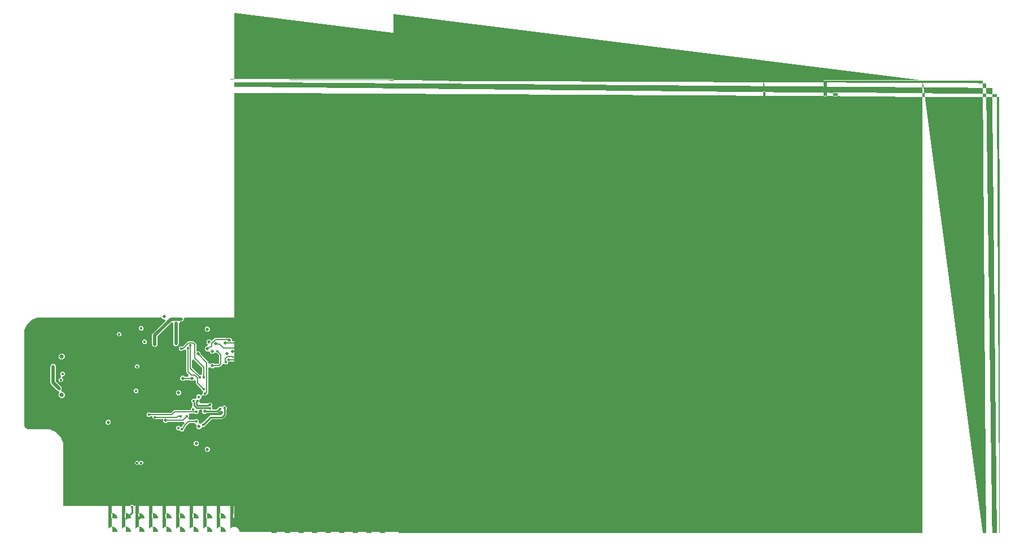
<source format=gbl>
G04*
G04 #@! TF.GenerationSoftware,Altium Limited,Altium Designer,22.11.1 (43)*
G04*
G04 Layer_Physical_Order=6*
G04 Layer_Color=16711680*
%FSLAX44Y44*%
%MOMM*%
G71*
G04*
G04 #@! TF.SameCoordinates,81CC0E8B-20A0-439E-BAEA-CE75FBAB7F8A*
G04*
G04*
G04 #@! TF.FilePolarity,Positive*
G04*
G01*
G75*
%ADD11C,0.5080*%
%ADD13C,0.2540*%
%ADD17C,0.2032*%
%ADD78C,2.0066*%
%ADD79C,2.2098*%
%ADD83C,0.5080*%
%ADD85C,0.2692*%
%ADD93C,0.6500*%
%ADD94C,0.6350*%
%ADD95C,0.4064*%
%ADD96C,1.2700*%
%AMCUSTOMSHAPE98*
4,1,120,0.7550,0.0000,0.7540,0.0395,0.7509,0.0789,0.7457,0.1181,0.7385,0.1570,0.7293,0.1954,0.7181,0.2333,0.7049,0.2706,0.6897,0.3071,0.6727,0.3428,0.6539,0.3775,0.6332,0.4112,0.6108,0.4438,0.5868,0.4751,0.5611,0.5052,0.5339,0.5339,0.5052,0.5611,0.4752,0.5867,0.4438,0.6108,0.4112,0.6332,0.3775,0.6539,0.3428,0.6727,0.3071,0.6897,0.2706,0.7049,0.2333,0.7181,0.1954,0.7293,0.1570,0.7385,0.1181,0.7457,0.0789,0.7509,0.0395,0.7540,-0.0000,0.7550,-0.0395,0.7540,-0.0789,0.7509,-0.1181,0.7457,-0.1570,0.7385,-0.1954,0.7293,-0.2333,0.7181,-0.2706,0.7049,-0.3071,0.6897,-0.3428,0.6727,-0.3775,0.6539,-0.4112,0.6332,-0.4438,0.6108,-0.4752,0.5867,-0.5052,0.5611,-0.5339,0.5339,-0.5611,0.5052,-0.5868,0.4751,-0.6108,0.4438,-0.6332,0.4112,-0.6539,0.3775,-0.6727,0.3428,-0.6897,0.3071,-0.7049,0.2706,-0.7181,0.2333,-0.7293,0.1954,-0.7385,0.1570,-0.7457,0.1181,-0.7509,0.0789,-0.7540,0.0395,-0.7550,0.0000,-0.7540,-0.0395,-0.7509,-0.0789,-0.7457,-0.1181,-0.7385,-0.1570,-0.7293,-0.1954,-0.7181,-0.2333,-0.7049,-0.2706,-0.6897,-0.3071,-0.6727,-0.3428,-0.6539,-0.3775,-0.6332,-0.4112,-0.6108,-0.4438,-0.5868,-0.4751,-0.5611,-0.5052,-0.5339,-0.5339,-0.5052,-0.5611,-0.4752,-0.5867,-0.4438,-0.6108,-0.4112,-0.6332,-0.3775,-0.6539,-0.3428,-0.6727,-0.3071,-0.6897,-0.2706,-0.7049,-0.2333,-0.7181,-0.1954,-0.7293,-0.1570,-0.7385,-0.1181,-0.7457,-0.0789,-0.7509,-0.0395,-0.7540,-0.0000,-0.7550,0.0395,-0.7540,0.0789,-0.7509,0.1181,-0.7457,0.1570,-0.7385,0.1954,-0.7293,0.2333,-0.7181,0.2706,-0.7049,0.3071,-0.6897,0.3428,-0.6727,0.3775,-0.6539,0.4112,-0.6332,0.4438,-0.6108,0.4752,-0.5867,0.5052,-0.5611,0.5339,-0.5339,0.5611,-0.5052,0.5868,-0.4751,0.6108,-0.4438,0.6332,-0.4112,0.6539,-0.3775,0.6727,-0.3428,0.6897,-0.3071,0.7049,-0.2706,0.7181,-0.2333,0.7293,-0.1954,0.7385,-0.1570,0.7457,-0.1181,0.7509,-0.0789,0.7540,-0.0395,0.7550,0.0000,0.0*%
%ADD98CUSTOMSHAPE98*%

%AMCUSTOMSHAPE99*
4,1,120,0.7550,0.0000,0.7540,0.0395,0.7509,0.0789,0.7457,0.1181,0.7385,0.1570,0.7293,0.1954,0.7180,0.2333,0.7049,0.2706,0.6897,0.3071,0.6727,0.3428,0.6539,0.3775,0.6332,0.4112,0.6108,0.4438,0.5867,0.4751,0.5611,0.5052,0.5339,0.5339,0.5052,0.5611,0.4751,0.5867,0.4438,0.6108,0.4112,0.6332,0.3775,0.6539,0.3428,0.6727,0.3071,0.6897,0.2706,0.7049,0.2333,0.7180,0.1954,0.7293,0.1570,0.7385,0.1181,0.7457,0.0789,0.7509,0.0395,0.7540,0.0000,0.7550,-0.0395,0.7540,-0.0789,0.7509,-0.1181,0.7457,-0.1570,0.7385,-0.1954,0.7293,-0.2333,0.7180,-0.2706,0.7049,-0.3071,0.6897,-0.3428,0.6727,-0.3775,0.6539,-0.4112,0.6332,-0.4438,0.6108,-0.4751,0.5867,-0.5052,0.5611,-0.5339,0.5339,-0.5611,0.5052,-0.5867,0.4751,-0.6108,0.4438,-0.6332,0.4112,-0.6539,0.3775,-0.6727,0.3428,-0.6897,0.3071,-0.7049,0.2706,-0.7180,0.2333,-0.7293,0.1954,-0.7385,0.1570,-0.7457,0.1181,-0.7509,0.0789,-0.7540,0.0395,-0.7550,0.0000,-0.7540,-0.0395,-0.7509,-0.0789,-0.7457,-0.1181,-0.7385,-0.1570,-0.7293,-0.1954,-0.7180,-0.2333,-0.7049,-0.2706,-0.6897,-0.3071,-0.6727,-0.3428,-0.6539,-0.3775,-0.6332,-0.4112,-0.6108,-0.4438,-0.5867,-0.4751,-0.5611,-0.5052,-0.5339,-0.5339,-0.5052,-0.5611,-0.4751,-0.5867,-0.4438,-0.6108,-0.4112,-0.6332,-0.3775,-0.6539,-0.3428,-0.6727,-0.3071,-0.6897,-0.2706,-0.7049,-0.2333,-0.7180,-0.1954,-0.7293,-0.1570,-0.7385,-0.1181,-0.7457,-0.0789,-0.7509,-0.0395,-0.7540,0.0000,-0.7550,0.0395,-0.7540,0.0789,-0.7509,0.1181,-0.7457,0.1570,-0.7385,0.1954,-0.7293,0.2333,-0.7180,0.2706,-0.7049,0.3071,-0.6897,0.3428,-0.6727,0.3775,-0.6539,0.4112,-0.6332,0.4438,-0.6108,0.4751,-0.5867,0.5052,-0.5611,0.5339,-0.5339,0.5611,-0.5052,0.5867,-0.4751,0.6108,-0.4438,0.6332,-0.4112,0.6539,-0.3775,0.6727,-0.3428,0.6897,-0.3071,0.7049,-0.2706,0.7180,-0.2333,0.7293,-0.1954,0.7385,-0.1570,0.7457,-0.1181,0.7509,-0.0789,0.7540,-0.0395,0.7550,0.0000,0.0*%
%ADD99CUSTOMSHAPE99*%

G36*
X988060Y1036320D02*
X1238250D01*
Y793750D01*
X793242D01*
Y793848D01*
X791308Y795782D01*
X788572D01*
X787895Y795105D01*
X786130Y794129D01*
X784365Y795105D01*
X783688Y795782D01*
X780952D01*
X779018Y793848D01*
Y793750D01*
X679450D01*
Y883920D01*
X679450Y883920D01*
X679450Y883920D01*
X678962Y888875D01*
X675169Y898031D01*
X668161Y905039D01*
X659005Y908832D01*
X654050Y909320D01*
X626117Y909320D01*
X623783Y910287D01*
X621997Y912073D01*
X621030Y914407D01*
Y915670D01*
Y1052830D01*
X621030Y1052830D01*
X621030Y1052830D01*
X621030Y1057630D01*
X624703Y1066498D01*
X631491Y1073286D01*
X640360Y1076960D01*
X645160Y1076960D01*
X826770Y1076960D01*
Y1076652D01*
X829002Y1074420D01*
X830957D01*
X832114Y1071626D01*
X813694Y1053206D01*
X812486Y1050290D01*
Y1036320D01*
X812800Y1035562D01*
Y1034742D01*
X813380Y1034162D01*
X813694Y1033404D01*
X814452Y1033090D01*
X815032Y1032510D01*
X815852D01*
X816610Y1032196D01*
X817368Y1032510D01*
X818188D01*
X818768Y1033090D01*
X819526Y1033404D01*
X819840Y1034162D01*
X820420Y1034742D01*
Y1035562D01*
X820734Y1036320D01*
Y1048582D01*
X841709Y1069557D01*
X844024Y1068334D01*
X844236Y1068070D01*
Y1037590D01*
X844550Y1036832D01*
Y1036012D01*
X845130Y1035432D01*
X845444Y1034674D01*
X846202Y1034360D01*
X846782Y1033780D01*
X847602D01*
X848360Y1033466D01*
X849118Y1033780D01*
X849938D01*
X850518Y1034360D01*
X851276Y1034674D01*
X851590Y1035432D01*
X852170Y1036012D01*
Y1036832D01*
X852484Y1037590D01*
Y1068070D01*
X854258Y1070184D01*
X854696Y1070296D01*
X855980D01*
X856738Y1070610D01*
X857558D01*
X858138Y1071190D01*
X858896Y1071504D01*
X859210Y1072262D01*
X859790Y1072842D01*
Y1073662D01*
X860104Y1074420D01*
X861487Y1076679D01*
X862186Y1076960D01*
X988060Y1076960D01*
Y1036320D01*
D02*
G37*
%LPC*%
G36*
X797658Y1063752D02*
X794922D01*
X792988Y1061818D01*
Y1059082D01*
X794922Y1057148D01*
X797658D01*
X799592Y1059082D01*
Y1061818D01*
X797658Y1063752D01*
D02*
G37*
G36*
X896928Y1062990D02*
X893772D01*
X891540Y1060758D01*
Y1057602D01*
X893772Y1055370D01*
X896928D01*
X899160Y1057602D01*
Y1060758D01*
X896928Y1062990D01*
D02*
G37*
G36*
X764638Y1054862D02*
X761902D01*
X759968Y1052928D01*
Y1050192D01*
X761902Y1048258D01*
X764638D01*
X766572Y1050192D01*
Y1052928D01*
X764638Y1054862D01*
D02*
G37*
G36*
X941168Y1053592D02*
X938432D01*
X936498Y1051658D01*
Y1048922D01*
X938432Y1046988D01*
X941168D01*
X943102Y1048922D01*
Y1051658D01*
X941168Y1053592D01*
D02*
G37*
G36*
X929948Y1046480D02*
X926792D01*
X926095Y1045783D01*
X925656Y1045965D01*
X907601D01*
X905851Y1045241D01*
X902138Y1041527D01*
X901700Y1041708D01*
X899468Y1043940D01*
X896312D01*
X894080Y1041708D01*
Y1038552D01*
X895843Y1036788D01*
X896012Y1036444D01*
X895102Y1033780D01*
X893772D01*
X891540Y1031548D01*
Y1028392D01*
X893772Y1026160D01*
X896366D01*
X896928Y1026160D01*
X899160Y1024582D01*
X899160Y1024582D01*
X899231Y1024511D01*
X901392Y1022350D01*
X904548D01*
X905225Y1023027D01*
X906927Y1024483D01*
X908966Y1023114D01*
X909222Y1022858D01*
X910393D01*
X913196Y1020055D01*
Y1008135D01*
X912105Y1007044D01*
X905884D01*
X904548Y1008380D01*
X901392D01*
X899983Y1006972D01*
X897189Y1008129D01*
Y1009015D01*
X896465Y1010765D01*
X885190Y1022039D01*
Y1023928D01*
X882958Y1026160D01*
X879802D01*
X878774Y1026586D01*
Y1036320D01*
X878050Y1038070D01*
X875510Y1040610D01*
X873760Y1041334D01*
X867410D01*
X865660Y1040610D01*
X857835Y1032785D01*
X857348Y1033272D01*
X854612D01*
X852678Y1031338D01*
Y1028602D01*
X854612Y1026668D01*
X857348D01*
X858175Y1027496D01*
X858520D01*
X860270Y1028220D01*
X860872Y1028822D01*
X863666Y1027665D01*
Y995680D01*
X864390Y993930D01*
X867532Y990788D01*
X866375Y987994D01*
X861434D01*
X860098Y989330D01*
X856942D01*
X854710Y987098D01*
Y983942D01*
X856942Y981710D01*
X860098D01*
X861434Y983046D01*
X869576D01*
X870912Y981710D01*
X874068D01*
X875350Y982991D01*
X878144Y981834D01*
Y978662D01*
X878868Y976912D01*
X886968Y968813D01*
Y967642D01*
X888902Y965708D01*
X889200Y964990D01*
X888238Y964028D01*
X888238Y961331D01*
X886235Y959384D01*
X884228Y961390D01*
X881072D01*
X878840Y959158D01*
Y956041D01*
X876837Y954093D01*
X876398Y954532D01*
X873662D01*
X871728Y952598D01*
Y949862D01*
X873026Y948565D01*
Y945026D01*
X873026Y945026D01*
X873191Y944626D01*
X872392Y941832D01*
X870458Y939898D01*
Y937547D01*
X845778D01*
X844029Y936823D01*
X840591Y933384D01*
X809915D01*
X809088Y934212D01*
X806352D01*
X804418Y932278D01*
Y929542D01*
X806352Y927608D01*
X809088D01*
X809915Y928436D01*
X813308D01*
Y925732D01*
X815242Y923798D01*
X817978D01*
X818805Y924626D01*
X828888D01*
X829118Y924070D01*
Y920914D01*
X831349Y918682D01*
X834506D01*
X835842Y920018D01*
X858654D01*
X859632Y920423D01*
X861215Y918054D01*
X858884Y915723D01*
X858159Y913974D01*
Y913562D01*
X857765Y913167D01*
X855472Y911958D01*
X853538Y913892D01*
X850802D01*
X848868Y911958D01*
Y909222D01*
X850802Y907288D01*
X853538D01*
X853813Y907563D01*
X854017Y907479D01*
X855951Y905545D01*
X858686D01*
X860621Y907479D01*
Y909025D01*
X862383Y910787D01*
X863108Y912537D01*
Y912949D01*
X868435Y918276D01*
X876645D01*
X877472Y917448D01*
X877628D01*
X878840Y914708D01*
X878840Y914654D01*
Y911552D01*
X881072Y909320D01*
X884228D01*
X886460Y911552D01*
Y911882D01*
X887632Y912368D01*
X890368D01*
X892302Y914302D01*
Y915084D01*
X901569Y924351D01*
X916940D01*
X916940Y924351D01*
X918884Y925156D01*
X923175Y929447D01*
X923175Y929447D01*
X923980Y931391D01*
Y939109D01*
X924533Y939661D01*
Y942397D01*
X922598Y944331D01*
X919863D01*
X918511Y942979D01*
X915768Y943102D01*
X915427Y943102D01*
X913032D01*
X911098Y941168D01*
Y940730D01*
X909108Y938739D01*
X902619D01*
X902462Y939118D01*
Y941853D01*
X901163Y943153D01*
X902462Y944452D01*
Y947188D01*
X900528Y949122D01*
X897792D01*
X896759Y948089D01*
X895849Y947712D01*
X885467D01*
X883666Y949862D01*
Y952598D01*
X884152Y953770D01*
X884228D01*
X886460Y956002D01*
X886460Y959075D01*
X888494Y960950D01*
X890172Y959358D01*
X890199Y959358D01*
X890199Y959358D01*
X890214Y959358D01*
X892908D01*
X894390Y960840D01*
X894560Y960910D01*
X896465Y962815D01*
X897189Y964565D01*
Y1001011D01*
X899983Y1002169D01*
X901392Y1000760D01*
X904548D01*
X905884Y1002096D01*
X913130D01*
X914880Y1002820D01*
X917420Y1005360D01*
X917912Y1006549D01*
X919889Y1007249D01*
X920938Y1007332D01*
X921922Y1006348D01*
X924658D01*
X926592Y1008282D01*
Y1010158D01*
X928468D01*
X929295Y1010986D01*
X936498D01*
Y1008282D01*
X938432Y1006348D01*
X941168D01*
X943102Y1008282D01*
Y1010986D01*
X950896D01*
X951281Y1010626D01*
X951250Y1009823D01*
X950877Y1007536D01*
X949238Y1005898D01*
Y1003162D01*
X951172Y1001228D01*
X951236Y1001074D01*
X951230Y1001068D01*
Y997912D01*
X953462Y995680D01*
X956618D01*
X958454Y997516D01*
X958850Y997912D01*
X961644Y998277D01*
X964720Y995200D01*
X966470Y994476D01*
X976975D01*
X977802Y993648D01*
X980538D01*
X982472Y995582D01*
Y998318D01*
X980538Y1000252D01*
X977802D01*
X976975Y999424D01*
X967495D01*
X964375Y1002545D01*
Y1005626D01*
X964892Y1005840D01*
X968048D01*
X969645Y1007437D01*
X971242Y1005840D01*
X974398D01*
X976181Y1007623D01*
X978599Y1005205D01*
X982281D01*
X984885Y1007809D01*
Y1011491D01*
X982281Y1014095D01*
X978599D01*
X976181Y1011677D01*
X974398Y1013460D01*
X971242D01*
X969645Y1011863D01*
X968048Y1013460D01*
X964892D01*
X964375Y1013674D01*
Y1019300D01*
X963864Y1020532D01*
Y1020706D01*
X965200Y1022042D01*
Y1025198D01*
X962968Y1027430D01*
X959812D01*
X957580Y1025198D01*
Y1022350D01*
X954732D01*
X952500Y1023928D01*
X950268Y1026160D01*
X948379D01*
X941550Y1032990D01*
X940887Y1033264D01*
X941320Y1036109D01*
X942824Y1036246D01*
X943512Y1035558D01*
X946248D01*
X948182Y1037492D01*
Y1040228D01*
X946248Y1042162D01*
X943512D01*
X942685Y1041334D01*
X932180D01*
Y1044248D01*
X929948Y1046480D01*
D02*
G37*
G36*
X802738Y1043432D02*
X800002D01*
X798068Y1041498D01*
Y1038762D01*
X800002Y1036828D01*
X802738D01*
X804672Y1038762D01*
Y1041498D01*
X802738Y1043432D01*
D02*
G37*
G36*
X678782Y1022750D02*
X675038D01*
X672390Y1020102D01*
Y1016358D01*
X675038Y1013710D01*
X678782D01*
X681430Y1016358D01*
Y1020102D01*
X678782Y1022750D01*
D02*
G37*
G36*
X1017841Y1016635D02*
X1014159D01*
X1011555Y1014031D01*
Y1010349D01*
X1014159Y1007745D01*
X1017841D01*
X1020445Y1010349D01*
Y1014031D01*
X1017841Y1016635D01*
D02*
G37*
G36*
X791308Y1006602D02*
X788572D01*
X786638Y1004668D01*
Y1001932D01*
X788572Y999998D01*
X791308D01*
X793242Y1001932D01*
Y1004668D01*
X791308Y1006602D01*
D02*
G37*
G36*
X1047051Y1005205D02*
X1043369D01*
X1040765Y1002601D01*
Y998919D01*
X1043369Y996315D01*
X1047051D01*
X1049655Y998919D01*
Y1002601D01*
X1047051Y1005205D01*
D02*
G37*
G36*
X1158811D02*
X1155129D01*
X1152525Y1002601D01*
Y999744D01*
X1152525Y998919D01*
X1150546Y996950D01*
X1150312D01*
X1148080Y994718D01*
Y991562D01*
X1150312Y989330D01*
X1153468D01*
X1155700Y991562D01*
X1155700Y994718D01*
X1157833Y996315D01*
X1158811D01*
X1161415Y998919D01*
Y1002601D01*
X1158811Y1005205D01*
D02*
G37*
G36*
X1142301Y991235D02*
X1138619D01*
X1136015Y988631D01*
Y984949D01*
X1138619Y982345D01*
X1142301D01*
X1144905Y984949D01*
Y988631D01*
X1142301Y991235D01*
D02*
G37*
G36*
X985618Y988822D02*
X982882D01*
X980948Y986888D01*
Y984152D01*
X982882Y982218D01*
X985618D01*
X987552Y984152D01*
Y986888D01*
X985618Y988822D01*
D02*
G37*
G36*
X676812Y995172D02*
X676771Y995131D01*
X674919Y993279D01*
X674878Y993238D01*
Y990502D01*
X674919Y990461D01*
X676304Y989076D01*
X675586Y986282D01*
X674272Y986282D01*
X672338Y984348D01*
Y981612D01*
X674272Y979678D01*
X677008D01*
X678901Y981571D01*
X678942Y981612D01*
Y984348D01*
X678901Y984389D01*
X677516Y985774D01*
X678234Y988568D01*
X679548Y988568D01*
X681482Y990502D01*
Y993238D01*
X679589Y995131D01*
X679548Y995172D01*
X676812D01*
D02*
G37*
G36*
X1047051Y983615D02*
X1043369D01*
X1040765Y981011D01*
Y977329D01*
X1043369Y974725D01*
X1047051D01*
X1049655Y977329D01*
Y981011D01*
X1047051Y983615D01*
D02*
G37*
G36*
X1232471Y978535D02*
X1228789D01*
X1226185Y975931D01*
Y972249D01*
X1228789Y969645D01*
X1232471D01*
X1235075Y972249D01*
Y975931D01*
X1232471Y978535D01*
D02*
G37*
G36*
X958948Y981202D02*
X956212D01*
X955385Y980374D01*
X943610D01*
X941860Y979650D01*
X939320Y977110D01*
X938596Y975360D01*
Y955040D01*
X939320Y953290D01*
X953008Y939603D01*
Y939516D01*
X952020Y938529D01*
X951296Y936779D01*
Y908050D01*
X952020Y906300D01*
X954547Y903774D01*
X952669Y901700D01*
X949652D01*
X947420Y899468D01*
Y896312D01*
X949652Y894080D01*
X952808D01*
X955040Y896312D01*
Y898239D01*
X957834Y898598D01*
X959812Y896620D01*
X962968D01*
X965200Y898852D01*
Y902008D01*
X962968Y904240D01*
X961079D01*
X956244Y909075D01*
Y927608D01*
X958948D01*
X960882Y929542D01*
Y930713D01*
X963140Y932970D01*
X963864Y934720D01*
Y942340D01*
X963140Y944090D01*
X963140Y944090D01*
X946084Y961145D01*
Y970346D01*
X955385D01*
X956212Y969518D01*
X958948D01*
X960882Y971452D01*
Y974188D01*
X959710Y975360D01*
X960882Y976532D01*
Y979268D01*
X958948Y981202D01*
D02*
G37*
G36*
X1139498Y976630D02*
X1136342D01*
X1134110Y974398D01*
Y971242D01*
X1136342Y969010D01*
X1139498D01*
X1141730Y971242D01*
Y974398D01*
X1139498Y976630D01*
D02*
G37*
G36*
X1207071Y977265D02*
X1203389D01*
X1200785Y974661D01*
Y970979D01*
X1203389Y968375D01*
X1207071D01*
X1209675Y970979D01*
Y974661D01*
X1207071Y977265D01*
D02*
G37*
G36*
X1017578Y971550D02*
X1014422D01*
X1012190Y969318D01*
Y966162D01*
X1014422Y963930D01*
X1017578D01*
X1019810Y966162D01*
Y969318D01*
X1017578Y971550D01*
D02*
G37*
G36*
X790038Y969772D02*
X787302D01*
X785368Y967838D01*
Y965102D01*
X787302Y963168D01*
X790038D01*
X791972Y965102D01*
Y967838D01*
X790038Y969772D01*
D02*
G37*
G36*
X974398Y970280D02*
X971242D01*
X969010Y968048D01*
Y964892D01*
X971242Y962660D01*
X974398D01*
X976630Y964892D01*
Y968048D01*
X974398Y970280D01*
D02*
G37*
G36*
X853748Y967740D02*
X850592D01*
X848360Y965508D01*
Y962352D01*
X850592Y960120D01*
X853748D01*
X855980Y962352D01*
Y965508D01*
X853748Y967740D01*
D02*
G37*
G36*
X664210Y1007424D02*
X663452Y1007110D01*
X662632D01*
X662052Y1006530D01*
X661294Y1006216D01*
X660980Y1005458D01*
X660400Y1004878D01*
Y1004058D01*
X660086Y1003300D01*
Y979170D01*
X661294Y976254D01*
X670184Y967364D01*
X670942Y967050D01*
X671522Y966470D01*
X672342D01*
X672529Y966393D01*
X673662Y963575D01*
X672390Y962302D01*
Y958558D01*
X675038Y955910D01*
X678782D01*
X681430Y958558D01*
Y962302D01*
X678782Y964950D01*
X677253D01*
X676173Y967744D01*
X676330Y968122D01*
X676910Y968702D01*
Y969522D01*
X677224Y970280D01*
X676910Y971038D01*
Y971858D01*
X676330Y972438D01*
X676016Y973196D01*
X668334Y980878D01*
Y1003300D01*
X668020Y1004058D01*
Y1004878D01*
X667440Y1005458D01*
X667126Y1006216D01*
X666368Y1006530D01*
X665788Y1007110D01*
X664968D01*
X664210Y1007424D01*
D02*
G37*
G36*
X1015038Y953770D02*
X1011882D01*
X1009650Y951538D01*
Y948382D01*
X1011882Y946150D01*
X1015038D01*
X1017270Y948382D01*
Y951538D01*
X1015038Y953770D01*
D02*
G37*
G36*
X993448Y952500D02*
X990292D01*
X988060Y950268D01*
Y947112D01*
X990292Y944880D01*
X993448D01*
X995680Y947112D01*
Y950268D01*
X993448Y952500D01*
D02*
G37*
G36*
X1001068Y933450D02*
X997912D01*
X995680Y931218D01*
Y928062D01*
X997841Y925901D01*
X997912Y925830D01*
X998928Y923036D01*
X998220Y922328D01*
Y919172D01*
X1000452Y916940D01*
X1003608D01*
X1005840Y919172D01*
Y922328D01*
X1003679Y924489D01*
X1003608Y924560D01*
X1002592Y927354D01*
X1003300Y928062D01*
Y931218D01*
X1001068Y933450D01*
D02*
G37*
G36*
X748338Y923290D02*
X745182D01*
X742950Y921058D01*
Y917902D01*
X745182Y915670D01*
X748338D01*
X750570Y917902D01*
Y921058D01*
X748338Y923290D01*
D02*
G37*
G36*
X1022658Y919480D02*
X1019502D01*
X1017270Y917248D01*
Y914092D01*
X1019502Y911860D01*
X1022658D01*
X1024890Y914092D01*
Y917248D01*
X1022658Y919480D01*
D02*
G37*
G36*
X880418Y891540D02*
X877262D01*
X875030Y889308D01*
Y886152D01*
X877262Y883920D01*
X880418D01*
X882650Y886152D01*
Y889308D01*
X880418Y891540D01*
D02*
G37*
G36*
X1188428Y905383D02*
X1183932D01*
X1179777Y903662D01*
X1176598Y900483D01*
X1174877Y896328D01*
Y891832D01*
X1176598Y887677D01*
X1179777Y884498D01*
X1183932Y882777D01*
X1188428D01*
X1192583Y884498D01*
X1195762Y887677D01*
X1197483Y891832D01*
Y896328D01*
X1195762Y900483D01*
X1192583Y903662D01*
X1188428Y905383D01*
D02*
G37*
G36*
X975668Y887730D02*
X972512D01*
X970280Y885498D01*
Y882342D01*
X972512Y880110D01*
X975668D01*
X977900Y882342D01*
Y885498D01*
X975668Y887730D01*
D02*
G37*
G36*
X896928Y882650D02*
X893772D01*
X891540Y880418D01*
Y877262D01*
X893772Y875030D01*
X896928D01*
X899160Y877262D01*
Y880418D01*
X896928Y882650D01*
D02*
G37*
G36*
X797150Y861822D02*
X794414D01*
X792861Y860269D01*
X791308Y861822D01*
X788572D01*
X786638Y859888D01*
Y857152D01*
X788572Y855218D01*
X791308D01*
X792861Y856771D01*
X794414Y855218D01*
X797150D01*
X799084Y857152D01*
Y859888D01*
X797150Y861822D01*
D02*
G37*
%LPD*%
G36*
X887796Y1001005D02*
Y991535D01*
X885288Y990092D01*
X884117D01*
X872424Y1001785D01*
Y1012638D01*
X875218Y1013582D01*
X887796Y1001005D01*
D02*
G37*
G36*
X887730Y937568D02*
Y934412D01*
X889962Y932180D01*
X893118D01*
X894179Y933241D01*
X910246D01*
X910246Y933241D01*
X912190Y934046D01*
X914642Y936498D01*
X915687D01*
X915768Y936498D01*
X918482Y935260D01*
Y932530D01*
X915801Y929849D01*
X900430D01*
X900430Y929849D01*
X898486Y929044D01*
X898486Y929044D01*
X888414Y918972D01*
X887632D01*
X886173Y917513D01*
X883180Y917703D01*
X882142Y919382D01*
X882142Y919734D01*
Y922118D01*
X880208Y924052D01*
X877472D01*
X876645Y923224D01*
X868008D01*
X866897Y924939D01*
X866637Y925806D01*
X867791Y926959D01*
Y929694D01*
X867680Y929805D01*
X868838Y932598D01*
X876605D01*
X877433Y931771D01*
X880169D01*
X882103Y933705D01*
Y936441D01*
X883901Y938594D01*
X887305D01*
X887730Y937568D01*
D02*
G37*
D11*
X664210Y979170D02*
X673100Y970280D01*
X664210Y979170D02*
Y1003300D01*
X848360Y1037590D02*
Y1068070D01*
X816610Y1036320D02*
Y1050290D01*
X840740Y1074420D01*
X855980D01*
D13*
X891540Y935990D02*
X910246D01*
X916940Y927100D02*
X921231Y931391D01*
Y941029D01*
X992009Y773545D02*
X995795D01*
X1003300Y781050D01*
X1014845Y773545D02*
X1022350Y781050D01*
X1012329Y773545D02*
X1014845D01*
X1032649D02*
X1035165D01*
X1042670Y781050D01*
X1055485Y773545D02*
X1062990Y781050D01*
X1052969Y773545D02*
X1055485D01*
X1075805D02*
X1083310Y781050D01*
X1073219Y773545D02*
X1075805D01*
X1096125D02*
X1103630Y781050D01*
X1093609Y773545D02*
X1096125D01*
X1115175D02*
X1123950Y782320D01*
X1113929Y773545D02*
X1115175D01*
X1136765D02*
X1144270Y781050D01*
X1134249Y773545D02*
X1136765D01*
X1158835Y777811D02*
X1160081D01*
X1154569Y773545D02*
X1158835Y777811D01*
X1160081D02*
X1164590Y782320D01*
X1174819Y773545D02*
X1174933Y773430D01*
X1198880D01*
X910246Y935990D02*
X914056Y939800D01*
X914400D01*
X900430Y927100D02*
X916940D01*
X889000Y915670D02*
X900430Y927100D01*
D17*
X953770Y908050D02*
X961390Y900430D01*
X948690Y909097D02*
Y939800D01*
X832928Y922492D02*
X858654D01*
X864489Y928326D01*
X860634Y912537D02*
Y913974D01*
X857319Y909222D02*
X860634Y912537D01*
X857319Y908847D02*
Y909222D01*
X860634Y913974D02*
X867410Y920750D01*
X849219Y927100D02*
X850235Y928116D01*
X854952D01*
X855188Y928352D01*
X816610Y927100D02*
X849219D01*
X841616Y930910D02*
X845778Y935073D01*
X878801D01*
X880618Y978662D02*
Y986362D01*
Y978662D02*
X890270Y969010D01*
X876380Y990600D02*
X880618Y986362D01*
X892810Y962660D02*
X894715Y964565D01*
Y1009015D01*
X891540Y962660D02*
X892810D01*
X881380Y1022350D02*
X894715Y1009015D01*
X896175Y1029970D02*
X898794Y1032590D01*
X900510D02*
X901700Y1033780D01*
X895350Y1029970D02*
X896175D01*
X898794Y1032590D02*
X900510D01*
X923290Y1009650D02*
Y1010131D01*
X922020Y1011401D02*
X923290Y1010131D01*
X922020Y1011401D02*
Y1014730D01*
X925830Y1018540D01*
X932180D01*
X933450Y1017270D02*
X937260D01*
X932180Y1018540D02*
X933450Y1017270D01*
X858520Y985520D02*
X872490D01*
X937260Y1017270D02*
X941070Y1021080D01*
X908050Y1037590D02*
X908558Y1037082D01*
X913638D01*
X919480Y1031240D01*
X939800D01*
X948690Y1022350D01*
X901700Y1037590D02*
X907601Y1043491D01*
X925893Y1043253D02*
X927787D01*
X925656Y1043491D02*
X925893Y1043253D01*
X907601Y1043491D02*
X925656D01*
X922020Y1038860D02*
X944880D01*
X939319Y1045210D02*
X939800D01*
X924560Y1047750D02*
X936779D01*
X927787Y1043253D02*
X928370Y1042670D01*
X936779Y1047750D02*
X939319Y1045210D01*
X951230Y1013460D02*
X956310Y1018540D01*
X961390Y1019810D02*
Y1023620D01*
X961900Y1001520D02*
Y1019300D01*
X961390Y1019810D02*
X961900Y1019300D01*
X961050Y1023280D02*
X961390Y1023620D01*
X961900Y1001520D02*
X966470Y996950D01*
X953770Y908050D02*
Y936779D01*
X956310Y939319D01*
X927100Y1013460D02*
X951230D01*
X937260Y990600D02*
X985520D01*
X932180Y985520D02*
X937260Y990600D01*
X901700Y1033780D02*
Y1037590D01*
X867410Y920750D02*
X878840D01*
X944880Y972820D02*
X957580D01*
X943610Y971550D02*
X944880Y972820D01*
X943610Y960120D02*
Y971550D01*
Y960120D02*
X961390Y942340D01*
Y934720D02*
Y942340D01*
X957580Y930910D02*
X961390Y934720D01*
X956310Y939319D02*
Y939800D01*
X943610Y977900D02*
X957580D01*
X941070Y975360D02*
X943610Y977900D01*
X941070Y955040D02*
Y975360D01*
Y955040D02*
X956310Y939800D01*
X966470Y996950D02*
X979170D01*
X910590Y1026160D02*
X915670Y1021080D01*
Y1007110D02*
Y1021080D01*
X913130Y1004570D02*
X915670Y1007110D01*
X872490Y913130D02*
X894080Y891540D01*
X895350D01*
X807720Y930910D02*
X841616D01*
X902970Y1004570D02*
X913130D01*
X855980Y1029970D02*
X858520D01*
X867410Y1038860D01*
X873760D01*
X876300Y1036320D01*
Y1016000D02*
Y1036320D01*
X890270Y986790D02*
Y1002030D01*
X876300Y1016000D02*
X890270Y1002030D01*
X869950Y1000760D02*
Y1035050D01*
Y1000760D02*
X883920Y986790D01*
X866140Y995680D02*
Y1031240D01*
X871220Y990600D02*
X876380D01*
X866140Y995680D02*
X871220Y990600D01*
D78*
X1186180Y894080D02*
D03*
D79*
X1211580Y868680D02*
D03*
Y919480D02*
D03*
X1160780D02*
D03*
Y868680D02*
D03*
D83*
X961390Y900430D02*
D03*
X878840Y887730D02*
D03*
X882650Y913130D02*
D03*
X995680Y906780D02*
D03*
X974090Y883920D02*
D03*
X1002030Y920750D02*
D03*
X1151890Y993140D02*
D03*
X891540Y935990D02*
D03*
X832928Y922492D02*
D03*
X895350Y1029970D02*
D03*
X999490Y929640D02*
D03*
X858520Y985520D02*
D03*
X872490D02*
D03*
X924560Y1022350D02*
D03*
X941070Y1021080D02*
D03*
X933450Y1026160D02*
D03*
X908050Y1037590D02*
D03*
X922020Y1038860D02*
D03*
X928370Y1042670D02*
D03*
X924560Y1047750D02*
D03*
X956310Y1018540D02*
D03*
X961390Y1023620D02*
D03*
X957580Y1012190D02*
D03*
X1137920Y972820D02*
D03*
X1016000Y967740D02*
D03*
X948690Y939800D02*
D03*
X957580Y894080D02*
D03*
X1013460Y949960D02*
D03*
X1021080Y915670D02*
D03*
X895350Y878840D02*
D03*
X991870Y948690D02*
D03*
X966470Y1009650D02*
D03*
X948690Y1022350D02*
D03*
X852170Y963930D02*
D03*
X838200Y935990D02*
D03*
X895350Y1059180D02*
D03*
X951230Y897890D02*
D03*
X972820Y966470D02*
D03*
X746760Y919480D02*
D03*
X897890Y1040130D02*
D03*
X830580Y1078230D02*
D03*
X902970Y1026160D02*
D03*
X972820Y1009650D02*
D03*
X955040Y999490D02*
D03*
X664210Y1003300D02*
D03*
X932180Y985520D02*
D03*
X806450Y887730D02*
D03*
X895350Y891540D02*
D03*
X872490Y913130D02*
D03*
X848360Y1037590D02*
D03*
Y1068070D02*
D03*
X816610Y1036320D02*
D03*
X855980Y1074420D02*
D03*
X902970Y1004570D02*
D03*
X881380Y1022350D02*
D03*
X673100Y970280D02*
D03*
D85*
X898703Y945363D02*
X899160Y945820D01*
X897015Y945363D02*
X898703D01*
X789940Y778764D02*
X793889Y774815D01*
X789940Y778764D02*
Y792480D01*
X773569Y774815D02*
X782320Y783566D01*
Y792480D01*
X896532Y944880D02*
X897015Y945363D01*
X880889Y944880D02*
X896532D01*
X879312Y946457D02*
Y950087D01*
Y946457D02*
X880889Y944880D01*
X875857Y945026D02*
Y948714D01*
X897015Y940943D02*
X898703D01*
X899160Y940486D01*
X875857Y945026D02*
X879458Y941426D01*
X896532D02*
X897015Y940943D01*
X879458Y941426D02*
X896532D01*
D93*
X676910Y1018230D02*
D03*
Y960430D02*
D03*
D94*
X982980Y853440D02*
D03*
X929640Y852170D02*
D03*
X885190Y842010D02*
D03*
X990600Y1021080D02*
D03*
X934720Y970280D02*
D03*
X923290Y976630D02*
D03*
X918210Y971550D02*
D03*
X1156970Y1000760D02*
D03*
X1140460Y986790D02*
D03*
X1045210Y1000760D02*
D03*
X1016000Y1012190D02*
D03*
X1230630Y1071880D02*
D03*
X1003300Y781050D02*
D03*
X1022350D02*
D03*
X1042670D02*
D03*
X1062990D02*
D03*
X1083310D02*
D03*
X1103630D02*
D03*
X1123950Y782320D02*
D03*
X1144270Y781050D02*
D03*
X1164590Y782320D02*
D03*
X1198880Y773430D02*
D03*
X1230630Y974090D02*
D03*
X1045210Y979170D02*
D03*
X1205230Y972820D02*
D03*
X980440Y1009650D02*
D03*
D95*
X795782Y858520D02*
D03*
X789940D02*
D03*
Y792480D02*
D03*
X782320D02*
D03*
X899160Y945820D02*
D03*
Y940486D02*
D03*
X875030Y951230D02*
D03*
X880364D02*
D03*
X857319Y908847D02*
D03*
X855188Y928352D02*
D03*
X873760Y938530D02*
D03*
X878801Y935073D02*
D03*
X921231Y941029D02*
D03*
X890270Y969010D02*
D03*
X891540Y962660D02*
D03*
X882650Y957580D02*
D03*
X952540Y1004530D02*
D03*
X678180Y991870D02*
D03*
X675640Y982980D02*
D03*
X984250Y985520D02*
D03*
X985520Y990600D02*
D03*
X796290Y1060450D02*
D03*
X852170Y910590D02*
D03*
X801370Y1040130D02*
D03*
X788670Y966470D02*
D03*
X789940Y1003300D02*
D03*
X763270Y1051560D02*
D03*
X957580Y972820D02*
D03*
Y930910D02*
D03*
Y977900D02*
D03*
X956310Y939800D02*
D03*
X800100Y932180D02*
D03*
X939800Y1045210D02*
D03*
Y1050290D02*
D03*
X979170Y996950D02*
D03*
X910590Y1026160D02*
D03*
X939800Y1009650D02*
D03*
X878840Y920750D02*
D03*
X807720Y930910D02*
D03*
X816610Y927100D02*
D03*
X864489Y928326D02*
D03*
X927100Y1013460D02*
D03*
X944880Y1038860D02*
D03*
X923290Y1009650D02*
D03*
X855980Y1029970D02*
D03*
X890270Y986790D02*
D03*
X869950Y1035050D02*
D03*
X883920Y986790D02*
D03*
X866140Y1031240D02*
D03*
X914400Y939800D02*
D03*
X889000Y915670D02*
D03*
D96*
X722630Y1040130D02*
D03*
X707390Y951230D02*
D03*
D98*
X1174819Y773545D02*
D03*
X1154569D02*
D03*
X1154499Y753225D02*
D03*
X1134249Y773545D02*
D03*
X1134179Y753225D02*
D03*
X1113929Y773545D02*
D03*
X1113859Y753225D02*
D03*
X1093609Y773545D02*
D03*
X1093539Y753225D02*
D03*
X1073219Y773545D02*
D03*
X1073149Y753225D02*
D03*
X1052969Y773545D02*
D03*
X1052899Y753225D02*
D03*
X1032649Y773545D02*
D03*
X1032579Y753225D02*
D03*
X1012329Y773545D02*
D03*
X1012259Y753225D02*
D03*
X992009Y773545D02*
D03*
X991939Y753225D02*
D03*
X936059Y774815D02*
D03*
X915809D02*
D03*
X915739Y754495D02*
D03*
X895489Y774815D02*
D03*
X895419Y754495D02*
D03*
X875169Y774815D02*
D03*
X875099Y754495D02*
D03*
X854849Y774815D02*
D03*
X854779Y754495D02*
D03*
X834459Y774815D02*
D03*
X834389Y754495D02*
D03*
X814209Y774815D02*
D03*
X814139Y754495D02*
D03*
X793889Y774815D02*
D03*
X793819Y754495D02*
D03*
X773569Y774815D02*
D03*
X773499Y754495D02*
D03*
X753249Y774815D02*
D03*
X753179Y754495D02*
D03*
D99*
X1174749Y753225D02*
D03*
X935989Y754495D02*
D03*
M02*

</source>
